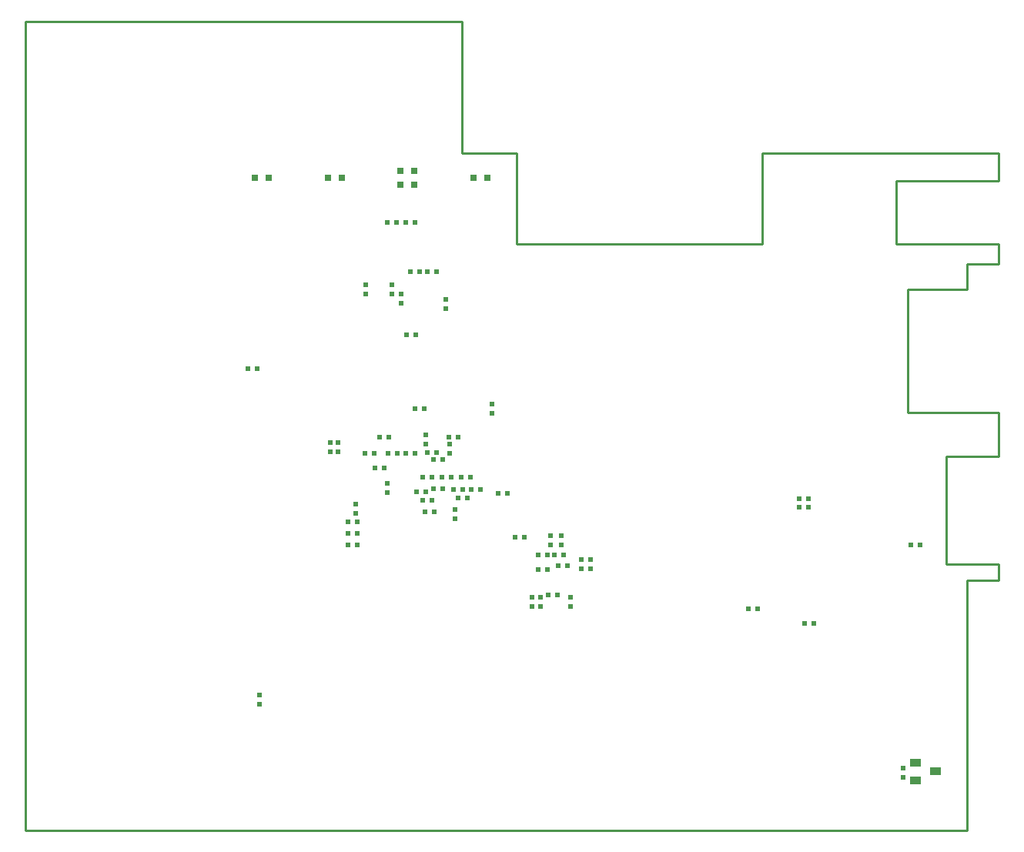
<source format=gbr>
G04 #@! TF.FileFunction,Paste,Bot*
%FSLAX46Y46*%
G04 Gerber Fmt 4.6, Leading zero omitted, Abs format (unit mm)*
G04 Created by KiCad (PCBNEW no-vcs-found-undefined) date Tue Nov  8 15:57:13 2016*
%MOMM*%
%LPD*%
G01*
G04 APERTURE LIST*
%ADD10C,0.100000*%
%ADD11C,0.254000*%
%ADD12R,0.800000X0.800000*%
%ADD13R,1.298400X0.898400*%
%ADD14R,0.500000X0.550000*%
%ADD15R,0.550000X0.500000*%
G04 APERTURE END LIST*
D10*
D11*
X201250000Y-58800000D02*
X201250000Y-70700000D01*
X207000000Y-70700000D02*
X207000000Y-72500000D01*
X207000000Y-54000000D02*
X207000000Y-58800000D01*
X201250000Y-58800000D02*
X207000000Y-58800000D01*
X207000000Y-70700000D02*
X201250000Y-70700000D01*
X207000000Y-35500000D02*
X207000000Y-37700000D01*
X195750000Y-28500000D02*
X195750000Y-35500000D01*
X207000000Y-25500000D02*
X207000000Y-28500000D01*
X195750000Y-28500000D02*
X207000000Y-28500000D01*
X207000000Y-35500000D02*
X195750000Y-35500000D01*
X197000000Y-40500000D02*
X197000000Y-54000000D01*
X203500000Y-37700000D02*
X203500000Y-40500000D01*
X197000000Y-40500000D02*
X203500000Y-40500000D01*
X197000000Y-54000000D02*
X207000000Y-54000000D01*
X203500000Y-37700000D02*
X207000000Y-37700000D01*
X203500000Y-72500000D02*
X207000000Y-72500000D01*
X203500000Y-100000000D02*
X203500000Y-72500000D01*
X181000000Y-25500000D02*
X207000000Y-25500000D01*
X181000000Y-35500000D02*
X181000000Y-25500000D01*
X154000000Y-35500000D02*
X181000000Y-35500000D01*
X154000000Y-25500000D02*
X154000000Y-35500000D01*
X148000000Y-25500000D02*
X154000000Y-25500000D01*
X148000000Y-11000000D02*
X148000000Y-25500000D01*
X100000000Y-11000000D02*
X148000000Y-11000000D01*
X100000000Y-100000000D02*
X100000000Y-11000000D01*
X100000000Y-100000000D02*
X203500000Y-100000000D01*
D12*
X125238000Y-28200000D03*
X126762000Y-28200000D03*
D13*
X197892560Y-94449960D03*
X197892560Y-92547500D03*
X200102360Y-93502540D03*
D14*
X139792000Y-33100000D03*
X140808000Y-33100000D03*
D12*
X149238000Y-28200000D03*
X150762000Y-28200000D03*
X141223000Y-28956000D03*
X142747000Y-28956000D03*
X141238000Y-27438000D03*
X142762000Y-27438000D03*
X133238000Y-28200000D03*
X134762000Y-28200000D03*
D14*
X156392000Y-69700000D03*
X157408000Y-69700000D03*
X139908000Y-56700000D03*
X138892000Y-56700000D03*
X139892000Y-58500000D03*
X140908000Y-58500000D03*
X138308000Y-58500000D03*
X137292000Y-58500000D03*
D15*
X139750000Y-61842000D03*
X139750000Y-62858000D03*
D14*
X139408000Y-60100000D03*
X138392000Y-60100000D03*
X144908000Y-64900000D03*
X143892000Y-64900000D03*
X143308000Y-38500000D03*
X142292000Y-38500000D03*
X142808000Y-33100000D03*
X141792000Y-33100000D03*
D15*
X144000000Y-57508000D03*
X144000000Y-56492000D03*
D14*
X162108000Y-71200000D03*
X161092000Y-71200000D03*
X143808000Y-53600000D03*
X142792000Y-53600000D03*
X161092000Y-70200000D03*
X162108000Y-70200000D03*
X157408000Y-71300000D03*
X156392000Y-71300000D03*
X143642000Y-61100000D03*
X144658000Y-61100000D03*
X148908000Y-61100000D03*
X147892000Y-61100000D03*
D15*
X125730000Y-86106000D03*
X125730000Y-85090000D03*
D14*
X159608000Y-70900000D03*
X158592000Y-70900000D03*
D15*
X157700000Y-67592000D03*
X157700000Y-68608000D03*
X146600000Y-58508000D03*
X146600000Y-57492000D03*
X147200000Y-65708000D03*
X147200000Y-64692000D03*
X158900000Y-67592000D03*
X158900000Y-68608000D03*
D14*
X148608000Y-63400000D03*
X147592000Y-63400000D03*
X143692000Y-63700000D03*
X144708000Y-63700000D03*
X144192000Y-58400000D03*
X145208000Y-58400000D03*
D15*
X136300000Y-64092000D03*
X136300000Y-65108000D03*
D14*
X135492000Y-68600000D03*
X136508000Y-68600000D03*
X135492000Y-67300000D03*
X136508000Y-67300000D03*
X135492000Y-66000000D03*
X136508000Y-66000000D03*
X141842000Y-58500000D03*
X142858000Y-58500000D03*
X186690000Y-77216000D03*
X185674000Y-77216000D03*
X142992000Y-62700000D03*
X144008000Y-62700000D03*
X145792000Y-61100000D03*
X146808000Y-61100000D03*
X147608000Y-56700000D03*
X146592000Y-56700000D03*
X144892000Y-62400000D03*
X145908000Y-62400000D03*
X150008000Y-62500000D03*
X148992000Y-62500000D03*
X145908000Y-59200000D03*
X144892000Y-59200000D03*
X124460000Y-49149000D03*
X125476000Y-49149000D03*
D15*
X134366000Y-58293000D03*
X134366000Y-57277000D03*
X133477000Y-58293000D03*
X133477000Y-57277000D03*
X156591000Y-74295000D03*
X156591000Y-75311000D03*
D14*
X147092000Y-62500000D03*
X148108000Y-62500000D03*
X197358000Y-68580000D03*
X198374000Y-68580000D03*
X157480000Y-74041000D03*
X158496000Y-74041000D03*
D15*
X151257000Y-53086000D03*
X151257000Y-54102000D03*
D14*
X179451000Y-75565000D03*
X180467000Y-75565000D03*
X185039000Y-63500000D03*
X186055000Y-63500000D03*
X185039000Y-64389000D03*
X186055000Y-64389000D03*
X142875000Y-45466000D03*
X141859000Y-45466000D03*
D15*
X146200000Y-41592000D03*
X146200000Y-42608000D03*
D14*
X144145000Y-38481000D03*
X145161000Y-38481000D03*
D15*
X141300000Y-42008000D03*
X141300000Y-40992000D03*
X140300000Y-39992000D03*
X140300000Y-41008000D03*
X137400000Y-41008000D03*
X137400000Y-39992000D03*
D14*
X159208000Y-69700000D03*
X158192000Y-69700000D03*
X153797000Y-67691000D03*
X154813000Y-67691000D03*
D15*
X159893000Y-75311000D03*
X159893000Y-74295000D03*
X155702000Y-74295000D03*
X155702000Y-75311000D03*
X196469000Y-94107000D03*
X196469000Y-93091000D03*
D14*
X151992000Y-62900000D03*
X153008000Y-62900000D03*
M02*

</source>
